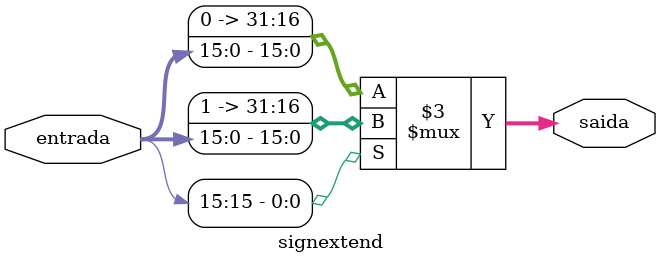
<source format=sv>
module signextend(
input reg[15:0] entrada, // instruction 15:0
output reg[31:0] saida
);

always@(*)begin
  if (entrada[15]) begin
      saida = {16'd65535,entrada}; // 2^16-1 concatenado  
  end
  else begin
    saida = {16'b0, entrada};
  end
end

endmodule

</source>
